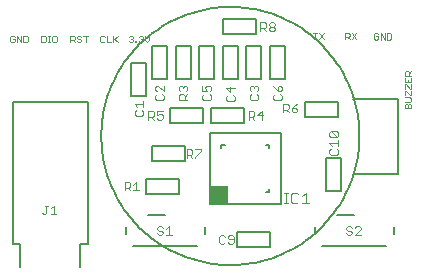
<source format=gto>
G75*
%MOIN*%
%OFA0B0*%
%FSLAX24Y24*%
%IPPOS*%
%LPD*%
%AMOC8*
5,1,8,0,0,1.08239X$1,22.5*
%
%ADD10C,0.0020*%
%ADD11C,0.0030*%
%ADD12C,0.0050*%
%ADD13C,0.0060*%
%ADD14R,0.0591X0.0591*%
%ADD15C,0.0080*%
%ADD16C,0.0040*%
D10*
X001145Y007624D02*
X001217Y007624D01*
X001253Y007660D01*
X001253Y007732D01*
X001181Y007732D01*
X001109Y007804D02*
X001109Y007660D01*
X001145Y007624D01*
X001326Y007624D02*
X001326Y007840D01*
X001471Y007624D01*
X001471Y007840D01*
X001544Y007840D02*
X001652Y007840D01*
X001688Y007804D01*
X001688Y007660D01*
X001652Y007624D01*
X001544Y007624D01*
X001544Y007840D01*
X001253Y007804D02*
X001217Y007840D01*
X001145Y007840D01*
X001109Y007804D01*
X002145Y007840D02*
X002145Y007624D01*
X002253Y007624D01*
X002289Y007660D01*
X002289Y007804D01*
X002253Y007840D01*
X002145Y007840D01*
X002362Y007840D02*
X002435Y007840D01*
X002399Y007840D02*
X002399Y007624D01*
X002435Y007624D02*
X002362Y007624D01*
X002508Y007660D02*
X002508Y007804D01*
X002544Y007840D01*
X002616Y007840D01*
X002652Y007804D01*
X002652Y007660D01*
X002616Y007624D01*
X002544Y007624D01*
X002508Y007660D01*
X003109Y007624D02*
X003109Y007840D01*
X003217Y007840D01*
X003253Y007804D01*
X003253Y007732D01*
X003217Y007696D01*
X003109Y007696D01*
X003181Y007696D02*
X003253Y007624D01*
X003326Y007660D02*
X003362Y007624D01*
X003434Y007624D01*
X003471Y007660D01*
X003471Y007696D01*
X003434Y007732D01*
X003362Y007732D01*
X003326Y007768D01*
X003326Y007804D01*
X003362Y007840D01*
X003434Y007840D01*
X003471Y007804D01*
X003544Y007840D02*
X003688Y007840D01*
X003616Y007840D02*
X003616Y007624D01*
X004109Y007660D02*
X004145Y007624D01*
X004217Y007624D01*
X004253Y007660D01*
X004326Y007624D02*
X004471Y007624D01*
X004544Y007624D02*
X004544Y007840D01*
X004580Y007732D02*
X004688Y007624D01*
X004544Y007696D02*
X004688Y007840D01*
X004326Y007840D02*
X004326Y007624D01*
X004253Y007804D02*
X004217Y007840D01*
X004145Y007840D01*
X004109Y007804D01*
X004109Y007660D01*
X005054Y007660D02*
X005090Y007624D01*
X005163Y007624D01*
X005199Y007660D01*
X005199Y007696D01*
X005163Y007732D01*
X005126Y007732D01*
X005163Y007732D02*
X005199Y007768D01*
X005199Y007804D01*
X005163Y007840D01*
X005090Y007840D01*
X005054Y007804D01*
X005272Y007660D02*
X005308Y007660D01*
X005308Y007624D01*
X005272Y007624D01*
X005272Y007660D01*
X005381Y007660D02*
X005417Y007624D01*
X005489Y007624D01*
X005525Y007660D01*
X005525Y007696D01*
X005489Y007732D01*
X005453Y007732D01*
X005489Y007732D02*
X005525Y007768D01*
X005525Y007804D01*
X005489Y007840D01*
X005417Y007840D01*
X005381Y007804D01*
X005598Y007840D02*
X005598Y007696D01*
X005670Y007624D01*
X005742Y007696D01*
X005742Y007840D01*
X011188Y007941D02*
X011332Y007941D01*
X011260Y007941D02*
X011260Y007724D01*
X011405Y007724D02*
X011550Y007941D01*
X011405Y007941D02*
X011550Y007724D01*
X012271Y007724D02*
X012271Y007941D01*
X012379Y007941D01*
X012415Y007905D01*
X012415Y007833D01*
X012379Y007797D01*
X012271Y007797D01*
X012343Y007797D02*
X012415Y007724D01*
X012488Y007724D02*
X012632Y007941D01*
X012488Y007941D02*
X012632Y007724D01*
X013235Y007758D02*
X013271Y007722D01*
X013343Y007722D01*
X013379Y007758D01*
X013379Y007831D01*
X013307Y007831D01*
X013379Y007903D02*
X013343Y007939D01*
X013271Y007939D01*
X013235Y007903D01*
X013235Y007758D01*
X013452Y007722D02*
X013452Y007939D01*
X013596Y007722D01*
X013596Y007939D01*
X013670Y007939D02*
X013778Y007939D01*
X013814Y007903D01*
X013814Y007758D01*
X013778Y007722D01*
X013670Y007722D01*
X013670Y007939D01*
X014298Y006660D02*
X014370Y006660D01*
X014406Y006624D01*
X014406Y006516D01*
X014406Y006588D02*
X014478Y006660D01*
X014298Y006660D02*
X014262Y006624D01*
X014262Y006516D01*
X014478Y006516D01*
X014478Y006442D02*
X014478Y006298D01*
X014262Y006298D01*
X014262Y006442D01*
X014370Y006370D02*
X014370Y006298D01*
X014298Y006225D02*
X014442Y006081D01*
X014478Y006081D01*
X014478Y006225D01*
X014298Y006225D02*
X014262Y006225D01*
X014262Y006081D01*
X014262Y006007D02*
X014298Y006007D01*
X014442Y005863D01*
X014478Y005863D01*
X014478Y006007D01*
X014262Y006007D02*
X014262Y005863D01*
X014262Y005790D02*
X014442Y005790D01*
X014478Y005754D01*
X014478Y005682D01*
X014442Y005646D01*
X014262Y005646D01*
X014298Y005572D02*
X014334Y005572D01*
X014370Y005536D01*
X014370Y005428D01*
X014478Y005428D02*
X014478Y005536D01*
X014442Y005572D01*
X014406Y005572D01*
X014370Y005536D01*
X014298Y005572D02*
X014262Y005536D01*
X014262Y005428D01*
X014478Y005428D01*
D11*
X012030Y004611D02*
X012030Y004516D01*
X011983Y004469D01*
X011792Y004659D01*
X011983Y004659D01*
X012030Y004611D01*
X011983Y004469D02*
X011792Y004469D01*
X011745Y004516D01*
X011745Y004611D01*
X011792Y004659D01*
X012030Y004369D02*
X012030Y004179D01*
X012030Y004274D02*
X011745Y004274D01*
X011840Y004179D01*
X011792Y004079D02*
X011745Y004031D01*
X011745Y003936D01*
X011792Y003889D01*
X011983Y003889D01*
X012030Y003936D01*
X012030Y004031D01*
X011983Y004079D01*
X010677Y005342D02*
X010677Y005389D01*
X010630Y005437D01*
X010487Y005437D01*
X010487Y005342D01*
X010535Y005294D01*
X010630Y005294D01*
X010677Y005342D01*
X010582Y005532D02*
X010487Y005437D01*
X010387Y005437D02*
X010387Y005532D01*
X010340Y005580D01*
X010197Y005580D01*
X010197Y005294D01*
X010197Y005389D02*
X010340Y005389D01*
X010387Y005437D01*
X010292Y005389D02*
X010387Y005294D01*
X010582Y005532D02*
X010677Y005580D01*
X010160Y005755D02*
X010160Y005850D01*
X010112Y005897D01*
X010112Y005997D02*
X010017Y005997D01*
X010017Y006140D01*
X010065Y006187D01*
X010112Y006187D01*
X010160Y006140D01*
X010160Y006045D01*
X010112Y005997D01*
X010017Y005997D02*
X009922Y006092D01*
X009875Y006187D01*
X009922Y005897D02*
X009875Y005850D01*
X009875Y005755D01*
X009922Y005707D01*
X010112Y005707D01*
X010160Y005755D01*
X009486Y005337D02*
X009344Y005195D01*
X009534Y005195D01*
X009486Y005337D02*
X009486Y005052D01*
X009244Y005052D02*
X009149Y005147D01*
X009196Y005147D02*
X009054Y005147D01*
X009054Y005052D02*
X009054Y005337D01*
X009196Y005337D01*
X009244Y005290D01*
X009244Y005195D01*
X009196Y005147D01*
X008585Y005717D02*
X008538Y005670D01*
X008348Y005670D01*
X008300Y005717D01*
X008300Y005812D01*
X008348Y005860D01*
X008443Y005960D02*
X008443Y006150D01*
X008585Y006102D02*
X008300Y006102D01*
X008443Y005960D01*
X008538Y005860D02*
X008585Y005812D01*
X008585Y005717D01*
X009087Y005755D02*
X009135Y005707D01*
X009325Y005707D01*
X009373Y005755D01*
X009373Y005850D01*
X009325Y005897D01*
X009325Y005997D02*
X009373Y006045D01*
X009373Y006140D01*
X009325Y006187D01*
X009278Y006187D01*
X009230Y006140D01*
X009230Y006092D01*
X009230Y006140D02*
X009182Y006187D01*
X009135Y006187D01*
X009087Y006140D01*
X009087Y006045D01*
X009135Y005997D01*
X009135Y005897D02*
X009087Y005850D01*
X009087Y005755D01*
X007798Y005755D02*
X007798Y005850D01*
X007750Y005897D01*
X007750Y005997D02*
X007798Y006045D01*
X007798Y006140D01*
X007750Y006187D01*
X007655Y006187D01*
X007608Y006140D01*
X007608Y006092D01*
X007655Y005997D01*
X007513Y005997D01*
X007513Y006187D01*
X007560Y005897D02*
X007513Y005850D01*
X007513Y005755D01*
X007560Y005707D01*
X007750Y005707D01*
X007798Y005755D01*
X007010Y005707D02*
X006725Y005707D01*
X006725Y005850D01*
X006773Y005897D01*
X006868Y005897D01*
X006915Y005850D01*
X006915Y005707D01*
X006915Y005802D02*
X007010Y005897D01*
X006963Y005997D02*
X007010Y006045D01*
X007010Y006140D01*
X006963Y006187D01*
X006915Y006187D01*
X006868Y006140D01*
X006868Y006092D01*
X006868Y006140D02*
X006820Y006187D01*
X006773Y006187D01*
X006725Y006140D01*
X006725Y006045D01*
X006773Y005997D01*
X006223Y005997D02*
X006033Y006187D01*
X005985Y006187D01*
X005938Y006140D01*
X005938Y006045D01*
X005985Y005997D01*
X005985Y005897D02*
X005938Y005850D01*
X005938Y005755D01*
X005985Y005707D01*
X006175Y005707D01*
X006223Y005755D01*
X006223Y005850D01*
X006175Y005897D01*
X006223Y005997D02*
X006223Y006187D01*
X005534Y005658D02*
X005534Y005468D01*
X005534Y005563D02*
X005249Y005563D01*
X005344Y005468D01*
X005296Y005368D02*
X005249Y005320D01*
X005249Y005225D01*
X005296Y005178D01*
X005486Y005178D01*
X005534Y005225D01*
X005534Y005320D01*
X005486Y005368D01*
X005707Y005337D02*
X005850Y005337D01*
X005897Y005290D01*
X005897Y005195D01*
X005850Y005147D01*
X005707Y005147D01*
X005707Y005052D02*
X005707Y005337D01*
X005802Y005147D02*
X005897Y005052D01*
X005997Y005100D02*
X006045Y005052D01*
X006140Y005052D01*
X006187Y005100D01*
X006187Y005195D01*
X006140Y005242D01*
X006092Y005242D01*
X005997Y005195D01*
X005997Y005337D01*
X006187Y005337D01*
X006987Y004058D02*
X007129Y004058D01*
X007177Y004010D01*
X007177Y003915D01*
X007129Y003868D01*
X006987Y003868D01*
X007082Y003868D02*
X007177Y003773D01*
X007277Y003773D02*
X007277Y003820D01*
X007467Y004010D01*
X007467Y004058D01*
X007277Y004058D01*
X006987Y004058D02*
X006987Y003773D01*
X005400Y002690D02*
X005210Y002690D01*
X005305Y002690D02*
X005305Y002975D01*
X005210Y002880D01*
X005110Y002833D02*
X005062Y002785D01*
X004920Y002785D01*
X005015Y002785D02*
X005110Y002690D01*
X005110Y002833D02*
X005110Y002928D01*
X005062Y002975D01*
X004920Y002975D01*
X004920Y002690D01*
X006050Y001499D02*
X006002Y001451D01*
X006002Y001404D01*
X006050Y001356D01*
X006145Y001356D01*
X006192Y001309D01*
X006192Y001261D01*
X006145Y001214D01*
X006050Y001214D01*
X006002Y001261D01*
X006192Y001451D02*
X006145Y001499D01*
X006050Y001499D01*
X006292Y001404D02*
X006387Y001499D01*
X006387Y001214D01*
X006292Y001214D02*
X006482Y001214D01*
X008069Y001156D02*
X008069Y000966D01*
X008117Y000918D01*
X008212Y000918D01*
X008259Y000966D01*
X008359Y000966D02*
X008407Y000918D01*
X008502Y000918D01*
X008549Y000966D01*
X008549Y001156D01*
X008502Y001204D01*
X008407Y001204D01*
X008359Y001156D01*
X008359Y001108D01*
X008407Y001061D01*
X008549Y001061D01*
X008259Y001156D02*
X008212Y001204D01*
X008117Y001204D01*
X008069Y001156D01*
X010229Y002257D02*
X010351Y002257D01*
X010290Y002257D02*
X010290Y002621D01*
X010229Y002621D02*
X010351Y002621D01*
X010471Y002560D02*
X010471Y002318D01*
X010532Y002257D01*
X010653Y002257D01*
X010714Y002318D01*
X010834Y002257D02*
X011076Y002257D01*
X010955Y002257D02*
X010955Y002621D01*
X010834Y002500D01*
X010714Y002560D02*
X010653Y002621D01*
X010532Y002621D01*
X010471Y002560D01*
X012302Y001451D02*
X012302Y001404D01*
X012349Y001356D01*
X012444Y001356D01*
X012492Y001309D01*
X012492Y001261D01*
X012444Y001214D01*
X012349Y001214D01*
X012302Y001261D01*
X012302Y001451D02*
X012349Y001499D01*
X012444Y001499D01*
X012492Y001451D01*
X012592Y001451D02*
X012639Y001499D01*
X012734Y001499D01*
X012782Y001451D01*
X012782Y001404D01*
X012592Y001214D01*
X012782Y001214D01*
X009880Y008005D02*
X009785Y008005D01*
X009737Y008052D01*
X009737Y008100D01*
X009785Y008148D01*
X009880Y008148D01*
X009927Y008100D01*
X009927Y008052D01*
X009880Y008005D01*
X009637Y008005D02*
X009542Y008100D01*
X009590Y008100D02*
X009447Y008100D01*
X009447Y008005D02*
X009447Y008290D01*
X009590Y008290D01*
X009637Y008243D01*
X009637Y008148D01*
X009590Y008100D01*
X009737Y008195D02*
X009737Y008243D01*
X009785Y008290D01*
X009880Y008290D01*
X009927Y008243D01*
X009927Y008195D01*
X009880Y008148D01*
X009785Y008148D02*
X009737Y008195D01*
D12*
X001445Y000899D02*
X001195Y000899D01*
X001195Y005649D01*
X003695Y005649D01*
X003695Y000899D01*
X003445Y000899D01*
X003445Y000149D01*
X001445Y000149D02*
X001445Y000899D01*
X005629Y002582D02*
X005629Y003082D01*
X006729Y003082D01*
X006729Y002582D01*
X005629Y002582D01*
X005826Y003665D02*
X005826Y004165D01*
X006926Y004165D01*
X006926Y003665D01*
X005826Y003665D01*
X006416Y004945D02*
X006416Y005445D01*
X007516Y005445D01*
X007516Y004945D01*
X006416Y004945D01*
X007754Y004604D02*
X010116Y004604D01*
X010116Y002242D01*
X007754Y002242D01*
X007754Y004604D01*
X007794Y004945D02*
X007794Y005445D01*
X008894Y005445D01*
X008894Y004945D01*
X007794Y004945D01*
X004143Y004506D02*
X004145Y004637D01*
X004151Y004767D01*
X004161Y004897D01*
X004175Y005027D01*
X004192Y005156D01*
X004214Y005285D01*
X004240Y005413D01*
X004269Y005540D01*
X004302Y005666D01*
X004340Y005791D01*
X004380Y005915D01*
X004425Y006038D01*
X004473Y006159D01*
X004525Y006279D01*
X004581Y006397D01*
X004640Y006513D01*
X004703Y006628D01*
X004769Y006740D01*
X004838Y006851D01*
X004911Y006959D01*
X004987Y007065D01*
X005067Y007169D01*
X005149Y007270D01*
X005234Y007369D01*
X005323Y007465D01*
X005414Y007558D01*
X005508Y007649D01*
X005605Y007736D01*
X005704Y007821D01*
X005806Y007902D01*
X005910Y007981D01*
X006017Y008056D01*
X006126Y008128D01*
X006237Y008197D01*
X006350Y008262D01*
X006465Y008324D01*
X006582Y008382D01*
X006700Y008437D01*
X006820Y008488D01*
X006942Y008535D01*
X007065Y008579D01*
X007189Y008619D01*
X007314Y008655D01*
X007441Y008688D01*
X007568Y008716D01*
X007696Y008741D01*
X007825Y008761D01*
X007955Y008778D01*
X008084Y008791D01*
X008215Y008800D01*
X008345Y008805D01*
X008476Y008806D01*
X008606Y008803D01*
X008736Y008796D01*
X008867Y008785D01*
X008996Y008770D01*
X009125Y008752D01*
X009254Y008729D01*
X009382Y008702D01*
X009509Y008672D01*
X009635Y008638D01*
X009759Y008600D01*
X009883Y008558D01*
X010005Y008512D01*
X010126Y008463D01*
X010245Y008410D01*
X010363Y008353D01*
X010479Y008293D01*
X010593Y008230D01*
X010705Y008163D01*
X010815Y008093D01*
X010923Y008019D01*
X011028Y007942D01*
X011131Y007862D01*
X011232Y007779D01*
X011330Y007693D01*
X011425Y007604D01*
X011518Y007512D01*
X011608Y007417D01*
X011695Y007320D01*
X011779Y007220D01*
X011859Y007117D01*
X011937Y007012D01*
X012012Y006905D01*
X012083Y006796D01*
X012150Y006684D01*
X012215Y006571D01*
X012276Y006455D01*
X012333Y006338D01*
X012387Y006219D01*
X012437Y006099D01*
X012484Y005977D01*
X012526Y005853D01*
X012565Y005729D01*
X012601Y005603D01*
X012632Y005476D01*
X012660Y005349D01*
X012683Y005221D01*
X012703Y005092D01*
X012719Y004962D01*
X012731Y004832D01*
X012739Y004702D01*
X012743Y004571D01*
X012743Y004441D01*
X012739Y004310D01*
X012731Y004180D01*
X012719Y004050D01*
X012703Y003920D01*
X012683Y003791D01*
X012660Y003663D01*
X012632Y003536D01*
X012601Y003409D01*
X012565Y003283D01*
X012526Y003159D01*
X012484Y003035D01*
X012437Y002913D01*
X012387Y002793D01*
X012333Y002674D01*
X012276Y002557D01*
X012215Y002441D01*
X012150Y002328D01*
X012083Y002216D01*
X012012Y002107D01*
X011937Y002000D01*
X011859Y001895D01*
X011779Y001792D01*
X011695Y001692D01*
X011608Y001595D01*
X011518Y001500D01*
X011425Y001408D01*
X011330Y001319D01*
X011232Y001233D01*
X011131Y001150D01*
X011028Y001070D01*
X010923Y000993D01*
X010815Y000919D01*
X010705Y000849D01*
X010593Y000782D01*
X010479Y000719D01*
X010363Y000659D01*
X010245Y000602D01*
X010126Y000549D01*
X010005Y000500D01*
X009883Y000454D01*
X009759Y000412D01*
X009635Y000374D01*
X009509Y000340D01*
X009382Y000310D01*
X009254Y000283D01*
X009125Y000260D01*
X008996Y000242D01*
X008867Y000227D01*
X008736Y000216D01*
X008606Y000209D01*
X008476Y000206D01*
X008345Y000207D01*
X008215Y000212D01*
X008084Y000221D01*
X007955Y000234D01*
X007825Y000251D01*
X007696Y000271D01*
X007568Y000296D01*
X007441Y000324D01*
X007314Y000357D01*
X007189Y000393D01*
X007065Y000433D01*
X006942Y000477D01*
X006820Y000524D01*
X006700Y000575D01*
X006582Y000630D01*
X006465Y000688D01*
X006350Y000750D01*
X006237Y000815D01*
X006126Y000884D01*
X006017Y000956D01*
X005910Y001031D01*
X005806Y001110D01*
X005704Y001191D01*
X005605Y001276D01*
X005508Y001363D01*
X005414Y001454D01*
X005323Y001547D01*
X005234Y001643D01*
X005149Y001742D01*
X005067Y001843D01*
X004987Y001947D01*
X004911Y002053D01*
X004838Y002161D01*
X004769Y002272D01*
X004703Y002384D01*
X004640Y002499D01*
X004581Y002615D01*
X004525Y002733D01*
X004473Y002853D01*
X004425Y002974D01*
X004380Y003097D01*
X004340Y003221D01*
X004302Y003346D01*
X004269Y003472D01*
X004240Y003599D01*
X004214Y003727D01*
X004192Y003856D01*
X004175Y003985D01*
X004161Y004115D01*
X004151Y004245D01*
X004145Y004375D01*
X004143Y004506D01*
X005142Y005826D02*
X005642Y005826D01*
X005642Y006926D01*
X005142Y006926D01*
X005142Y005826D01*
X005831Y006416D02*
X005831Y007516D01*
X006331Y007516D01*
X006331Y006416D01*
X005831Y006416D01*
X006618Y006416D02*
X006618Y007516D01*
X007118Y007516D01*
X007118Y006416D01*
X006618Y006416D01*
X007405Y006416D02*
X007405Y007516D01*
X007905Y007516D01*
X007905Y006416D01*
X007405Y006416D01*
X008193Y006416D02*
X008693Y006416D01*
X008693Y007516D01*
X008193Y007516D01*
X008193Y006416D01*
X008980Y006416D02*
X009480Y006416D01*
X009480Y007516D01*
X008980Y007516D01*
X008980Y006416D01*
X009768Y006416D02*
X010268Y006416D01*
X010268Y007516D01*
X009768Y007516D01*
X009768Y006416D01*
X010944Y005642D02*
X012044Y005642D01*
X012044Y005142D01*
X010944Y005142D01*
X010944Y005642D01*
X012543Y005756D02*
X014043Y005756D01*
X014043Y003256D01*
X012543Y003256D01*
X012138Y003776D02*
X012138Y002676D01*
X011638Y002676D01*
X011638Y003776D01*
X012138Y003776D01*
X009780Y001311D02*
X008680Y001311D01*
X008680Y000811D01*
X009780Y000811D01*
X009780Y001311D01*
X009288Y007897D02*
X008188Y007897D01*
X008188Y008397D01*
X009288Y008397D01*
X009288Y007897D01*
D13*
X009615Y004213D02*
X009725Y004213D01*
X009725Y004103D01*
X008255Y004213D02*
X008145Y004213D01*
X008145Y004103D01*
X008145Y002743D02*
X008145Y002633D01*
X008255Y002633D01*
X009615Y002633D02*
X009725Y002633D01*
X009725Y002743D01*
D14*
X008049Y002537D03*
D15*
X007596Y001474D02*
X007596Y001238D01*
X007340Y000844D02*
X005214Y000844D01*
X004958Y001238D02*
X004958Y001474D01*
X005687Y001868D02*
X006277Y001868D01*
X011258Y001474D02*
X011258Y001238D01*
X011514Y000844D02*
X013640Y000844D01*
X013895Y001238D02*
X013895Y001474D01*
X012577Y001868D02*
X011986Y001868D01*
D16*
X002642Y001908D02*
X002459Y001908D01*
X002551Y001908D02*
X002551Y002183D01*
X002459Y002091D01*
X002352Y002183D02*
X002260Y002183D01*
X002306Y002183D02*
X002306Y001953D01*
X002260Y001908D01*
X002215Y001908D01*
X002169Y001953D01*
M02*

</source>
